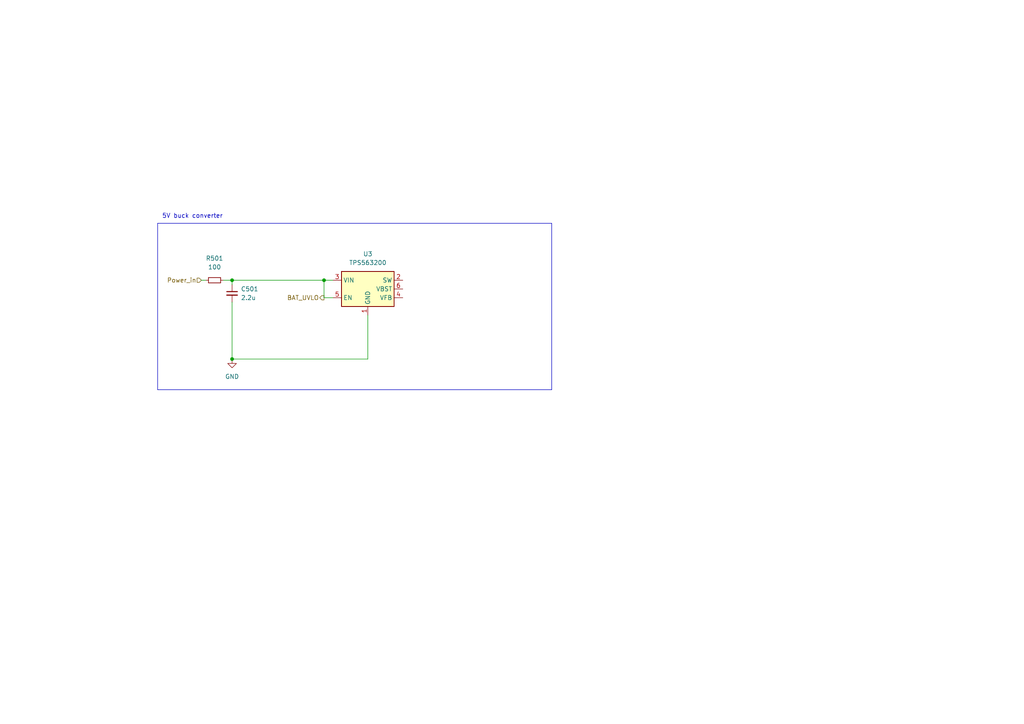
<source format=kicad_sch>
(kicad_sch (version 20230121) (generator eeschema)
  (paper "A4")
  (lib_symbols
    (symbol "Device:C_Small" (pin_numbers hide) (pin_names (offset 0.254) hide)
      (property "Reference" "C" (at 0.254 1.778 0))
      (property "Value" "C_Small" (at 0.254 -2.032 0))
      (symbol "C_Small_0_1"
        (polyline (pts (xy -1.524 -0.508) (xy 1.524 -0.508)) (stroke (width 0.3302)))
        (polyline (pts (xy -1.524 0.508) (xy 1.524 0.508)) (stroke (width 0.3048)))
      )
      (symbol "C_Small_1_1"
        (pin passive line (at 0 2.54 270) (length 2.032) (name "~") (number "1"))
        (pin passive line (at 0 -2.54 90) (length 2.032) (name "~") (number "2"))
      )
    )
    (symbol "Device:R_Small" (pin_numbers hide) (pin_names (offset 0.254) hide)
      (property "Reference" "R" (at 0.762 0.508 0))
      (property "Value" "R_Small" (at 0.762 -1.016 0))
      (symbol "R_Small_0_1"
        (rectangle (start -0.762 1.778) (end 0.762 -1.778) (stroke (width 0.2032)))
      )
      (symbol "R_Small_1_1"
        (pin passive line (at 0 2.54 270) (length 0.762) (name "~") (number "1"))
        (pin passive line (at 0 -2.54 90) (length 0.762) (name "~") (number "2"))
      )
    )
    (symbol "Regulator_Switching:TPS563200"
      (property "Reference" "U" (at -7.62 6.35 0))
      (property "Value" "TPS563200" (at -2.54 6.35 0))
      (symbol "TPS563200_0_1"
        (rectangle (start -7.62 5.08) (end 7.62 -5.08) (stroke (width 0.254)) (fill (type background)))
      )
      (symbol "TPS563200_1_1"
        (pin power_in line (at 0 -7.62 90) (length 2.54) (name "GND") (number "1"))
        (pin output line (at 10.16 2.54 180) (length 2.54) (name "SW") (number "2"))
        (pin power_in line (at -10.16 2.54 0) (length 2.54) (name "VIN") (number "3"))
        (pin input line (at 10.16 -2.54 180) (length 2.54) (name "VFB") (number "4"))
        (pin input line (at -10.16 -2.54 0) (length 2.54) (name "EN") (number "5"))
        (pin passive line (at 10.16 0 180) (length 2.54) (name "VBST") (number "6"))
      )
    )
    (symbol "power:GND" (power) (pin_names (offset 0))
      (property "Value" "GND" (at 0 -3.81 0))
      (symbol "GND_0_1"
        (polyline (pts (xy 0 0) (xy 0 -1.27) (xy 1.27 -1.27) (xy 0 -2.54) (xy -1.27 -1.27) (xy 0 -1.27)))
      )
      (symbol "GND_1_1"
        (pin power_in line (at 0 0 270) (length 0) hide (name "GND") (number "1"))
      )
    )
  )
  (junction (at 67.31 104.14))
  (junction (at 93.98 81.28))
  (junction (at 67.31 81.28))
  (wire (pts (xy 58.42 81.28) (xy 59.69 81.28)))
  (wire (pts (xy 67.31 104.14) (xy 106.68 104.14)))
  (polyline (pts (xy 45.72 64.77) (xy 160.02 64.77)))
  (wire (pts (xy 64.77 81.28) (xy 67.31 81.28)))
  (polyline (pts (xy 45.72 113.03) (xy 160.02 113.03)))
  (polyline (pts (xy 160.02 113.03) (xy 160.02 64.77)))
  (wire (pts (xy 93.98 81.28) (xy 93.98 86.36)))
  (wire (pts (xy 67.31 82.55) (xy 67.31 81.28)))
  (wire (pts (xy 67.31 81.28) (xy 93.98 81.28)))
  (wire (pts (xy 93.98 86.36) (xy 96.52 86.36)))
  (polyline (pts (xy 45.72 64.77) (xy 45.72 113.03)))
  (wire (pts (xy 106.68 91.44) (xy 106.68 104.14)))
  (wire (pts (xy 67.31 87.63) (xy 67.31 104.14)))
  (wire (pts (xy 93.98 81.28) (xy 96.52 81.28)))
  (text "5V buck converter" (at 46.99 63.5 0) (effects (font (size 1.27 1.27)) (justify left bottom)))
  (hierarchical_label "BAT_UVLO" (shape output) (at 93.98 86.36 180))
  (hierarchical_label "Power_in" (shape input) (at 58.42 81.28 180))
  (symbol (lib_id "power:GND") (at 67.31 104.14 0) (unit 1)
    (property "Reference" "#PWR0502" (effects hide))
    (property "Value" "GND" (at 67.31 109.22 0))
  )
  (symbol (lib_id "Device:R_Small") (at 62.23 81.28 90) (unit 1)
    (property "Reference" "R501" (at 62.23 74.93 90))
    (property "Value" "100" (at 62.23 77.47 90))
  )
  (symbol (lib_id "Regulator_Switching:TPS563200") (at 106.68 83.82 0) (unit 1)
    (property "Reference" "U3" (at 106.68 73.66 0))
    (property "Value" "TPS563200" (at 106.68 76.2 0))
    (property "Footprint" "Package_TO_SOT_SMD:SOT-23-6" (effects hide))
    (property "Datasheet" "http://www.ti.com/lit/ds/symlink/tps563200.pdf" (effects hide))
  )
  (symbol (lib_id "Device:C_Small") (at 67.31 85.09 0) (unit 1)
    (property "Reference" "C501" (at 69.85 83.8262 0) (effects (justify left)))
    (property "Value" "2.2u" (at 69.85 86.3662 0) (effects (justify left)))
    (property "Footprint" "Capacitor_SMD:C_0603_1608Metric" (effects hide))
  )
)
</source>
